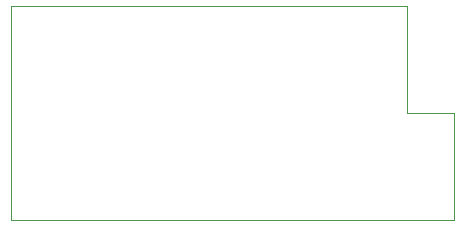
<source format=gko>
G04 EasyPC Gerber Version 20.0.2 Build 4112 *
G04 #@! TF.Part,Single*
%FSLAX24Y24*%
%MOIN*%
%ADD111C,0.00000*%
X0Y0D02*
D02*
D111*
X621Y7708D02*
X13810D01*
Y4115*
X15385*
Y572*
X621*
Y7708*
X0Y0D02*
M02*

</source>
